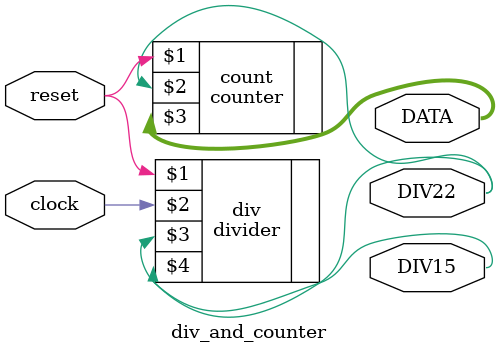
<source format=v>
`timescale 1ns / 1ps


module div_and_counter(reset, clock, DATA, DIV22, DIV15);
    input reset, clock;
    output [7:0] DATA;
    output DIV22, DIV15;
    
    divider div(reset, clock, DIV22, DIV15);
    counter count(reset, DIV22, DATA);
endmodule
</source>
